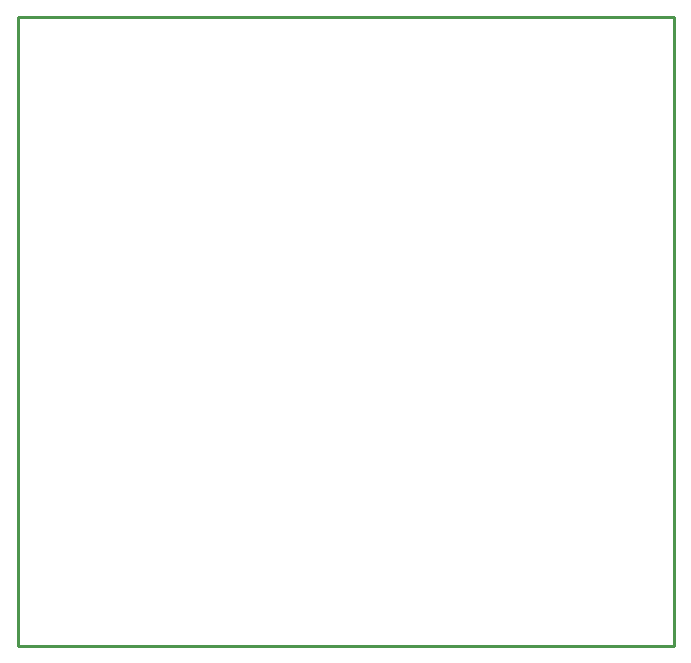
<source format=gbr>
G04 EAGLE Gerber RS-274X export*
G75*
%MOMM*%
%FSLAX34Y34*%
%LPD*%
%IN*%
%IPPOS*%
%AMOC8*
5,1,8,0,0,1.08239X$1,22.5*%
G01*
%ADD10C,0.254000*%


D10*
X0Y0D02*
X555100Y0D01*
X555100Y532500D01*
X0Y532500D01*
X0Y0D01*
M02*

</source>
